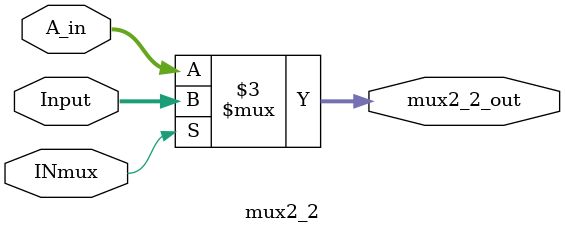
<source format=v>
module mux2_2(Input,A_in,INmux,mux2_2_out);
        input   [7:0]Input;
        input   [7:0]A_in;
        input   INmux;
        output  reg [7:0]mux2_2_out;
        
        always @(*)begin
                if(INmux) mux2_2_out = Input;
                else mux2_2_out = A_in;
        end
endmodule
</source>
